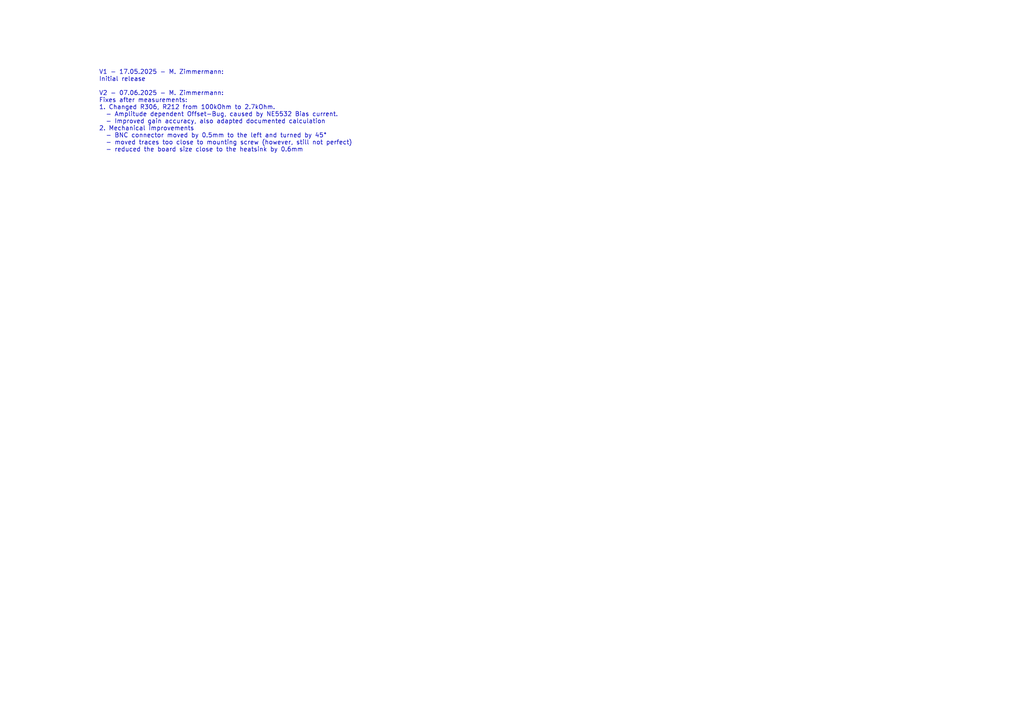
<source format=kicad_sch>
(kicad_sch
	(version 20250114)
	(generator "eeschema")
	(generator_version "9.0")
	(uuid "35da5900-da13-42f1-859b-6d1c0e13b1ec")
	(paper "A4")
	(title_block
		(title "AWG for DHO8/900")
		(date "2025-06-07")
		(rev "V2")
		(company "M. Zimmermann")
	)
	(lib_symbols)
	(text "V1 - 17.05.2025 - M. Zimmermann:\nInitial release\n\nV2 - 07.06.2025 - M. Zimmermann:\nFixes after measurements:\n1. Changed R306, R212 from 100kOhm to 2.7kOhm.\n  - Amplitude dependent Offset-Bug, caused by NE5532 Bias current.\n  - Improved gain accuracy, also adapted documented calculation\n2. Mechanical improvements\n  - BNC connector moved by 0.5mm to the left and turned by 45°\n  - moved traces too close to mounting screw (however, still not perfect)\n  - reduced the board size close to the heatsink by 0.6mm"
		(exclude_from_sim no)
		(at 28.702 32.258 0)
		(effects
			(font
				(size 1.27 1.27)
			)
			(justify left)
		)
		(uuid "4c7e92b4-521b-4dab-b84b-f05eccf9d272")
	)
)

</source>
